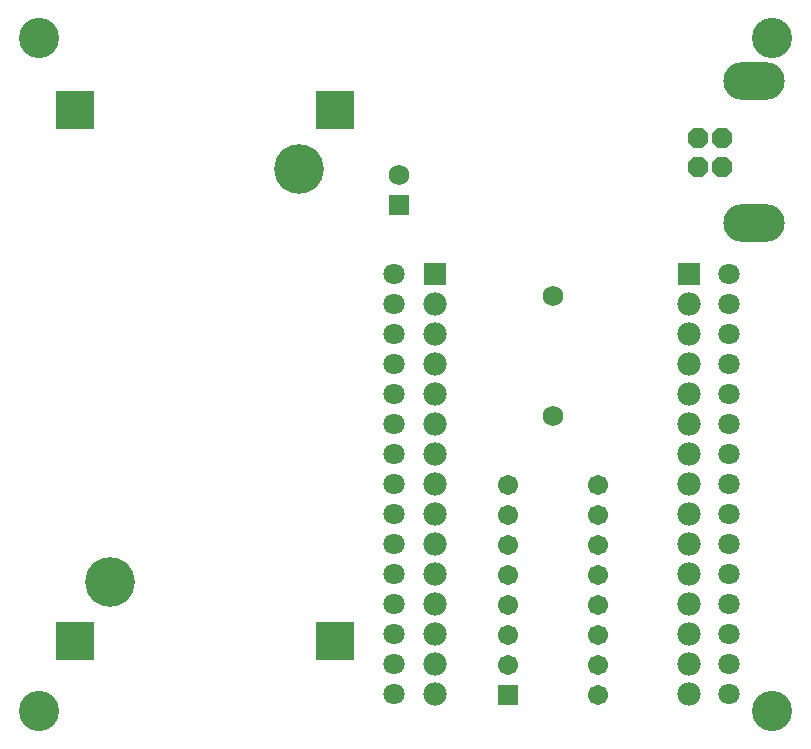
<source format=gts>
G04 Layer_Color=20142*
%FSLAX24Y24*%
%MOIN*%
G70*
G01*
G75*
%ADD30C,0.0680*%
%ADD31R,0.0680X0.0680*%
%ADD32O,0.2049X0.1261*%
%ADD33P,0.0726X8X112.5*%
%ADD34C,0.0780*%
%ADD35R,0.0780X0.0780*%
%ADD36R,0.0671X0.0671*%
%ADD37C,0.0671*%
%ADD38C,0.0710*%
%ADD39C,0.1655*%
%ADD40R,0.1261X0.1261*%
%ADD41C,0.1340*%
D30*
X35600Y28900D02*
D03*
X40750Y24850D02*
D03*
Y20850D02*
D03*
D31*
X35600Y27900D02*
D03*
D32*
X47427Y27280D02*
D03*
Y32020D02*
D03*
D33*
X46360Y30142D02*
D03*
X45573D02*
D03*
Y29158D02*
D03*
X46360D02*
D03*
D34*
X45265Y11600D02*
D03*
Y12600D02*
D03*
Y13600D02*
D03*
Y14600D02*
D03*
Y15600D02*
D03*
Y16600D02*
D03*
Y17600D02*
D03*
Y18600D02*
D03*
Y19600D02*
D03*
Y20600D02*
D03*
Y21600D02*
D03*
Y22600D02*
D03*
Y23600D02*
D03*
Y24600D02*
D03*
X36800Y11600D02*
D03*
Y12600D02*
D03*
Y13600D02*
D03*
Y14600D02*
D03*
Y15600D02*
D03*
Y16600D02*
D03*
Y17600D02*
D03*
Y18600D02*
D03*
Y19600D02*
D03*
Y20600D02*
D03*
Y21600D02*
D03*
Y22600D02*
D03*
Y23600D02*
D03*
Y24600D02*
D03*
D35*
X45265Y25600D02*
D03*
X36800D02*
D03*
D36*
X39250Y11550D02*
D03*
D37*
Y12550D02*
D03*
Y13550D02*
D03*
Y14550D02*
D03*
Y15550D02*
D03*
Y16550D02*
D03*
Y17550D02*
D03*
Y18550D02*
D03*
X42250Y11550D02*
D03*
Y12550D02*
D03*
Y13550D02*
D03*
Y14550D02*
D03*
Y15550D02*
D03*
Y16550D02*
D03*
Y17550D02*
D03*
Y18550D02*
D03*
D38*
X46600Y11600D02*
D03*
Y12600D02*
D03*
Y13600D02*
D03*
Y14600D02*
D03*
Y15600D02*
D03*
X35450D02*
D03*
Y14600D02*
D03*
Y13600D02*
D03*
Y12600D02*
D03*
Y11600D02*
D03*
Y20600D02*
D03*
Y19600D02*
D03*
Y18600D02*
D03*
Y17600D02*
D03*
Y16600D02*
D03*
X46600D02*
D03*
Y17600D02*
D03*
Y18600D02*
D03*
Y19600D02*
D03*
Y20600D02*
D03*
Y21600D02*
D03*
Y22600D02*
D03*
Y23600D02*
D03*
Y24600D02*
D03*
Y25600D02*
D03*
X35450D02*
D03*
Y24600D02*
D03*
Y23600D02*
D03*
Y22600D02*
D03*
Y21600D02*
D03*
D39*
X32280Y29098D02*
D03*
X25981Y15318D02*
D03*
D40*
X33461Y31067D02*
D03*
X24800D02*
D03*
X33461Y13350D02*
D03*
X24800D02*
D03*
D41*
X23622Y33465D02*
D03*
Y11024D02*
D03*
X48032D02*
D03*
Y33465D02*
D03*
M02*

</source>
